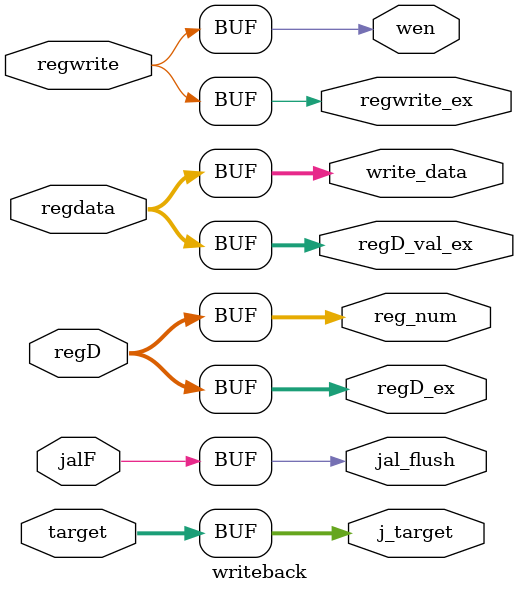
<source format=sv>
module writeback (
  //hazard
  output logic jal_flush,
  output logic [31:0] j_target,

  //register back to execute (comb)
  output logic [4:0] regD_ex,
  output logic [31:0] regD_val_ex,
  output logic regwrite_ex,

  //from mem
  input logic regwrite, jalF,
  input logic [4:0] regD,
  input logic [31:0] target, regdata,

  //register file
  output logic [31:0] write_data,
  output logic [4:0] reg_num,
  output logic wen
);

  //regfile interface
  assign write_data = regdata;
  assign reg_num = regD;
  assign wen = regwrite;

  //jal_flush gen
  assign jal_flush = jalF;
  assign j_target = target;

  //register back to ex
  assign regD_ex = regD;
  assign regD_val_ex = regdata;
  assign regwrite_ex = regwrite;

endmodule

</source>
